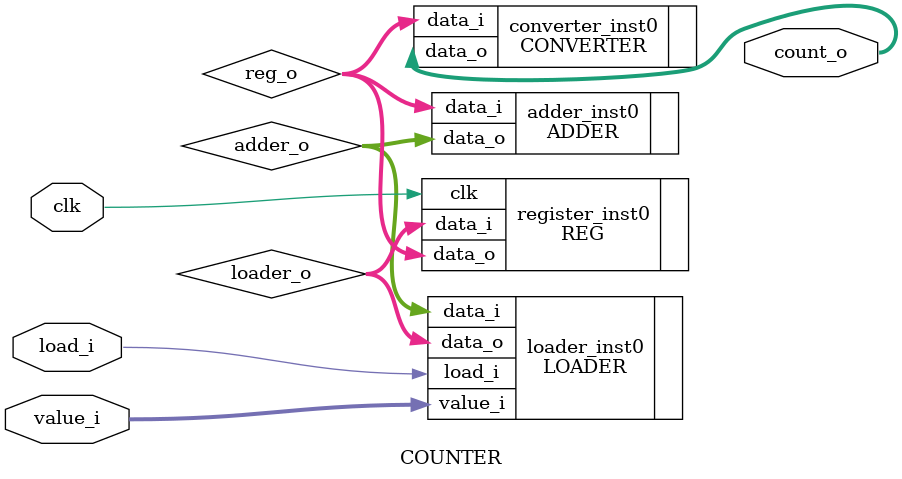
<source format=v>
module COUNTER(count_o, load_i, value_i, clk);
	input 	clk, load_i;
	input		[3:0] value_i;
	output 	[3:0] count_o;
	
	wire 	clk, load_i;
	wire	[3:0] count_o;
	wire	[3:0] value_i;
	
	// Internal wires
	wire	[2:0] adder_o;
	wire	[2:0] reg_o, loader_o;           
	
	REG			register_inst0(
											.clk(clk),
											.data_i(loader_o),
											.data_o(reg_o)
										);
	LOADER		loader_inst0(
										.data_o(loader_o),
										.load_i(load_i),
										.value_i(value_i),
										.data_i(adder_o)
									);
	ADDER			adder_inst0(
										.data_i(reg_o),
										.data_o(adder_o)
									);
	CONVERTER	converter_inst0(
											.data_i(reg_o),
											.data_o(count_o)
										);
endmodule
</source>
